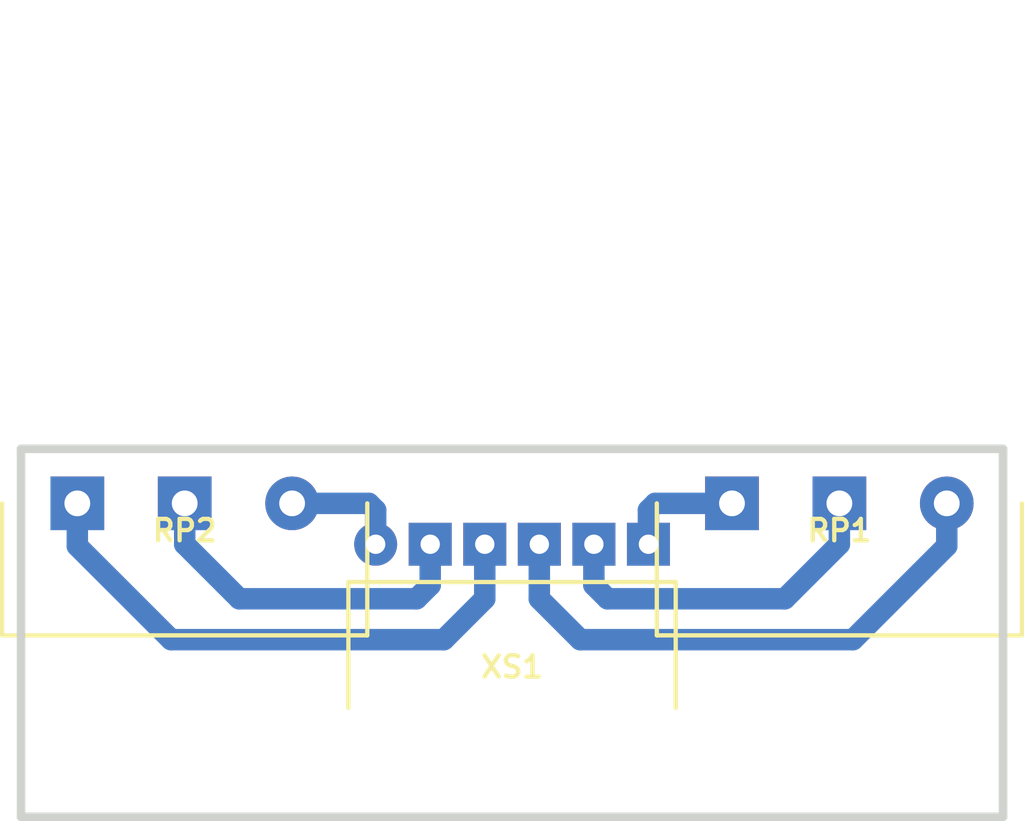
<source format=kicad_pcb>
(kicad_pcb (version 20171130) (host pcbnew 5.1.6-c6e7f7d~87~ubuntu19.10.1)

  (general
    (thickness 1.6)
    (drawings 4)
    (tracks 26)
    (zones 0)
    (modules 3)
    (nets 7)
  )

  (page A4 portrait)
  (title_block
    (title "1590N1 Potentiometer Board 18 2x17")
    (date 2022-07-16)
    (rev 1A)
    (company "Igor Ivanov")
    (comment 1 https://github.com/Adept666)
    (comment 2 "This project is licensed under GNU General Public License v3.0 or later")
    (comment 3 "Диаметр потенциометров: 16 мм, 17 мм")
    (comment 4 "Расстояние от основной платы до корпуса: 18 мм")
  )

  (layers
    (0 F.Cu jumper)
    (31 B.Cu signal)
    (38 B.Mask user)
    (44 Edge.Cuts user)
    (45 Margin user)
    (46 B.CrtYd user)
    (47 F.CrtYd user)
    (49 F.Fab user)
  )

  (setup
    (last_trace_width 1)
    (user_trace_width 0.6)
    (trace_clearance 0)
    (zone_clearance 0.6)
    (zone_45_only no)
    (trace_min 0.2)
    (via_size 2)
    (via_drill 1)
    (via_min_size 0.4)
    (via_min_drill 0.3)
    (uvia_size 0.3)
    (uvia_drill 0.1)
    (uvias_allowed no)
    (uvia_min_size 0)
    (uvia_min_drill 0)
    (edge_width 0.4)
    (segment_width 0.2)
    (pcb_text_width 0.3)
    (pcb_text_size 1.5 1.5)
    (mod_edge_width 0.15)
    (mod_text_size 1 1)
    (mod_text_width 0.15)
    (pad_size 1.6 1.8)
    (pad_drill 0)
    (pad_to_mask_clearance 0.2)
    (solder_mask_min_width 0.1)
    (aux_axis_origin 0 0)
    (visible_elements 7FFFFFFF)
    (pcbplotparams
      (layerselection 0x20000_7ffffffe)
      (usegerberextensions false)
      (usegerberattributes false)
      (usegerberadvancedattributes false)
      (creategerberjobfile false)
      (excludeedgelayer false)
      (linewidth 0.100000)
      (plotframeref true)
      (viasonmask false)
      (mode 1)
      (useauxorigin false)
      (hpglpennumber 1)
      (hpglpenspeed 20)
      (hpglpendiameter 15.000000)
      (psnegative false)
      (psa4output false)
      (plotreference false)
      (plotvalue true)
      (plotinvisibletext false)
      (padsonsilk true)
      (subtractmaskfromsilk false)
      (outputformat 4)
      (mirror false)
      (drillshape 0)
      (scaleselection 1)
      (outputdirectory ""))
  )

  (net 0 "")
  (net 1 "Net-(RP1-Pad3)")
  (net 2 "Net-(RP1-Pad1)")
  (net 3 "Net-(RP1-Pad2)")
  (net 4 "Net-(RP2-Pad3)")
  (net 5 "Net-(RP2-Pad1)")
  (net 6 "Net-(RP2-Pad2)")

  (net_class Default "This is the default net class."
    (clearance 0)
    (trace_width 1)
    (via_dia 2)
    (via_drill 1)
    (uvia_dia 0.3)
    (uvia_drill 0.1)
    (add_net "Net-(RP1-Pad1)")
    (add_net "Net-(RP1-Pad2)")
    (add_net "Net-(RP1-Pad3)")
    (add_net "Net-(RP2-Pad1)")
    (add_net "Net-(RP2-Pad2)")
    (add_net "Net-(RP2-Pad3)")
  )

  (module KCL-TH-SL:RP-PDB181-K-20-P (layer F.Cu) (tedit 60030E39) (tstamp 5FE6D9E5)
    (at 90.17 142.875 180)
    (path /5FE7A122)
    (fp_text reference RP2 (at 0 -1.27) (layer F.SilkS)
      (effects (font (size 1 1) (thickness 0.2)))
    )
    (fp_text value "RP2: 16/17" (at 0 -1.27) (layer F.Fab)
      (effects (font (size 1 1) (thickness 0.2)))
    )
    (fp_line (start -7.3 3.35) (end -7.3 5.35) (layer F.Fab) (width 0.2))
    (fp_line (start -8.5 3.35) (end -8.5 5.35) (layer F.Fab) (width 0.2))
    (fp_line (start -8.5 5.35) (end -7.366 5.35) (layer F.Fab) (width 0.2))
    (fp_line (start 8.5 -6.15) (end 8.5 23.35) (layer F.CrtYd) (width 0.1))
    (fp_line (start -8.5 -6.15) (end -8.5 23.35) (layer F.CrtYd) (width 0.1))
    (fp_line (start -8.5 23.35) (end 8.5 23.35) (layer F.CrtYd) (width 0.1))
    (fp_line (start -8.5 -6.15) (end 8.5 -6.15) (layer F.CrtYd) (width 0.1))
    (fp_line (start 8.5 -6.15) (end 8.5 0) (layer F.SilkS) (width 0.2))
    (fp_line (start -8.5 -6.15) (end -8.5 0) (layer F.SilkS) (width 0.2))
    (fp_line (start -8.5 -6.15) (end 8.5 -6.15) (layer F.SilkS) (width 0.2))
    (fp_line (start -3.5 9.85) (end 3.5 9.85) (layer F.Fab) (width 0.2))
    (fp_line (start 3 9.85) (end 3 23.35) (layer F.Fab) (width 0.2))
    (fp_line (start -3 9.85) (end -3 23.35) (layer F.Fab) (width 0.2))
    (fp_line (start 3.5 3.35) (end 3.5 9.85) (layer F.Fab) (width 0.2))
    (fp_line (start -3.5 3.35) (end -3.5 9.85) (layer F.Fab) (width 0.2))
    (fp_line (start 8.5 -6.15) (end 8.5 3.35) (layer F.Fab) (width 0.2))
    (fp_line (start -8.5 -6.15) (end -8.5 3.35) (layer F.Fab) (width 0.2))
    (fp_line (start -3 23.35) (end 3 23.35) (layer F.Fab) (width 0.2))
    (fp_line (start -8.5 3.35) (end 8.5 3.35) (layer F.Fab) (width 0.2))
    (fp_line (start -8.5 -6.15) (end 8.5 -6.15) (layer F.Fab) (width 0.2))
    (pad 3 thru_hole rect (at 5 0 180) (size 2.5 2.5) (drill 1.2) (layers B.Cu B.Mask)
      (net 4 "Net-(RP2-Pad3)"))
    (pad 1 thru_hole circle (at -5 0 180) (size 2.5 2.5) (drill 1.2) (layers B.Cu B.Mask)
      (net 5 "Net-(RP2-Pad1)"))
    (pad 2 thru_hole rect (at 0 0 180) (size 2.5 2.5) (drill 1.2) (layers B.Cu B.Mask)
      (net 6 "Net-(RP2-Pad2)"))
  )

  (module KCL-TH-SL:RP-PDB181-K-20-P (layer F.Cu) (tedit 60030E39) (tstamp 608AEE6A)
    (at 120.65 142.875 180)
    (path /60859B26)
    (fp_text reference RP1 (at 0 -1.27) (layer F.SilkS)
      (effects (font (size 1 1) (thickness 0.2)))
    )
    (fp_text value "RP1: 16/17" (at 0 -1.27) (layer F.Fab)
      (effects (font (size 1 1) (thickness 0.2)))
    )
    (fp_line (start -7.3 3.35) (end -7.3 5.35) (layer F.Fab) (width 0.2))
    (fp_line (start -8.5 3.35) (end -8.5 5.35) (layer F.Fab) (width 0.2))
    (fp_line (start -8.5 5.35) (end -7.366 5.35) (layer F.Fab) (width 0.2))
    (fp_line (start 8.5 -6.15) (end 8.5 23.35) (layer F.CrtYd) (width 0.1))
    (fp_line (start -8.5 -6.15) (end -8.5 23.35) (layer F.CrtYd) (width 0.1))
    (fp_line (start -8.5 23.35) (end 8.5 23.35) (layer F.CrtYd) (width 0.1))
    (fp_line (start -8.5 -6.15) (end 8.5 -6.15) (layer F.CrtYd) (width 0.1))
    (fp_line (start 8.5 -6.15) (end 8.5 0) (layer F.SilkS) (width 0.2))
    (fp_line (start -8.5 -6.15) (end -8.5 0) (layer F.SilkS) (width 0.2))
    (fp_line (start -8.5 -6.15) (end 8.5 -6.15) (layer F.SilkS) (width 0.2))
    (fp_line (start -3.5 9.85) (end 3.5 9.85) (layer F.Fab) (width 0.2))
    (fp_line (start 3 9.85) (end 3 23.35) (layer F.Fab) (width 0.2))
    (fp_line (start -3 9.85) (end -3 23.35) (layer F.Fab) (width 0.2))
    (fp_line (start 3.5 3.35) (end 3.5 9.85) (layer F.Fab) (width 0.2))
    (fp_line (start -3.5 3.35) (end -3.5 9.85) (layer F.Fab) (width 0.2))
    (fp_line (start 8.5 -6.15) (end 8.5 3.35) (layer F.Fab) (width 0.2))
    (fp_line (start -8.5 -6.15) (end -8.5 3.35) (layer F.Fab) (width 0.2))
    (fp_line (start -3 23.35) (end 3 23.35) (layer F.Fab) (width 0.2))
    (fp_line (start -8.5 3.35) (end 8.5 3.35) (layer F.Fab) (width 0.2))
    (fp_line (start -8.5 -6.15) (end 8.5 -6.15) (layer F.Fab) (width 0.2))
    (pad 3 thru_hole rect (at 5 0 180) (size 2.5 2.5) (drill 1.2) (layers B.Cu B.Mask)
      (net 1 "Net-(RP1-Pad3)"))
    (pad 1 thru_hole circle (at -5 0 180) (size 2.5 2.5) (drill 1.2) (layers B.Cu B.Mask)
      (net 2 "Net-(RP1-Pad1)"))
    (pad 2 thru_hole rect (at 0 0 180) (size 2.5 2.5) (drill 1.2) (layers B.Cu B.Mask)
      (net 3 "Net-(RP1-Pad2)"))
  )

  (module KCL-TH-SL:CON-PBS-06R (layer F.Cu) (tedit 61D0BD11) (tstamp 61D02E61)
    (at 105.41 144.78)
    (path /60033671)
    (fp_text reference XS1 (at 0 5.715) (layer F.SilkS)
      (effects (font (size 1 1) (thickness 0.2)))
    )
    (fp_text value PBS-06R (at 0 5.715) (layer F.Fab)
      (effects (font (size 1 1) (thickness 0.2)))
    )
    (fp_line (start 7.62 -0.45) (end 7.62 10.16) (layer F.CrtYd) (width 0.1))
    (fp_line (start -7.62 -0.45) (end -7.62 10.16) (layer F.CrtYd) (width 0.1))
    (fp_line (start -7.62 10.16) (end 7.62 10.16) (layer F.CrtYd) (width 0.1))
    (fp_line (start -7.62 -0.45) (end 7.62 -0.45) (layer F.CrtYd) (width 0.1))
    (fp_line (start 7.62 1.76) (end 7.62 7.62) (layer F.SilkS) (width 0.2))
    (fp_line (start -7.62 1.76) (end -7.62 7.62) (layer F.SilkS) (width 0.2))
    (fp_line (start -7.62 1.76) (end 7.62 1.76) (layer F.SilkS) (width 0.2))
    (fp_line (start -7.62 1.76) (end 7.62 1.76) (layer F.Fab) (width 0.2))
    (fp_line (start -7.62 10.16) (end 7.62 10.16) (layer F.Fab) (width 0.2))
    (fp_line (start -7.62 1.76) (end -7.62 10.16) (layer F.Fab) (width 0.2))
    (fp_line (start 7.62 1.76) (end 7.62 10.16) (layer F.Fab) (width 0.2))
    (pad 6 thru_hole rect (at 6.35 0) (size 2 2) (drill 0.9) (layers B.Cu B.Mask)
      (net 1 "Net-(RP1-Pad3)"))
    (pad 5 thru_hole rect (at 3.81 0) (size 2 2) (drill 0.9) (layers B.Cu B.Mask)
      (net 3 "Net-(RP1-Pad2)"))
    (pad 4 thru_hole rect (at 1.27 0) (size 2 2) (drill 0.9) (layers B.Cu B.Mask)
      (net 2 "Net-(RP1-Pad1)"))
    (pad 1 thru_hole circle (at -6.35 0) (size 2 2) (drill 0.9) (layers B.Cu B.Mask)
      (net 5 "Net-(RP2-Pad1)"))
    (pad 2 thru_hole rect (at -3.81 0) (size 2 2) (drill 0.9) (layers B.Cu B.Mask)
      (net 6 "Net-(RP2-Pad2)"))
    (pad 3 thru_hole rect (at -1.27 0) (size 2 2) (drill 0.9) (layers B.Cu B.Mask)
      (net 4 "Net-(RP2-Pad3)"))
  )

  (gr_line (start 128.27 140.335) (end 128.27 157.48) (layer Edge.Cuts) (width 0.4) (tstamp 5FE6F872))
  (gr_line (start 82.55 140.335) (end 82.55 157.48) (layer Edge.Cuts) (width 0.4) (tstamp 5FE6F872))
  (gr_line (start 82.55 157.48) (end 128.27 157.48) (layer Edge.Cuts) (width 0.4) (tstamp 5FE6FAB1))
  (gr_line (start 82.55 140.335) (end 128.27 140.335) (layer Edge.Cuts) (width 0.4) (tstamp 5FE6F86E))

  (segment (start 111.76 143.1925) (end 111.76 144.78) (width 1) (layer B.Cu) (net 1))
  (segment (start 115.65 142.875) (end 112.0775 142.875) (width 1) (layer B.Cu) (net 1))
  (segment (start 111.76 143.1925) (end 112.0775 142.875) (width 1) (layer B.Cu) (net 1))
  (segment (start 106.68 147.32) (end 106.68 144.78) (width 1) (layer B.Cu) (net 2) (tstamp 61D0341A))
  (segment (start 125.65 142.875) (end 125.65 144.86) (width 1) (layer B.Cu) (net 2) (tstamp 61D033B2))
  (segment (start 108.585 149.225) (end 106.68 147.32) (width 1) (layer B.Cu) (net 2) (tstamp 61D033B4))
  (segment (start 125.65 144.86) (end 121.285 149.225) (width 1) (layer B.Cu) (net 2) (tstamp 61D033B9))
  (segment (start 121.285 149.225) (end 108.585 149.225) (width 1) (layer B.Cu) (net 2))
  (segment (start 109.22 146.685) (end 109.22 144.78) (width 1) (layer B.Cu) (net 3) (tstamp 61D03416))
  (segment (start 120.65 142.875) (end 120.65 144.78) (width 1) (layer B.Cu) (net 3) (tstamp 61D033B5))
  (segment (start 120.65 144.78) (end 118.11 147.32) (width 1) (layer B.Cu) (net 3) (tstamp 61D033B6))
  (segment (start 109.855 147.32) (end 109.22 146.685) (width 1) (layer B.Cu) (net 3) (tstamp 61D033B8))
  (segment (start 118.11 147.32) (end 109.855 147.32) (width 1) (layer B.Cu) (net 3))
  (segment (start 104.14 147.32) (end 104.14 144.78) (width 1) (layer B.Cu) (net 4) (tstamp 61D03408))
  (segment (start 102.235 149.225) (end 104.14 147.32) (width 1) (layer B.Cu) (net 4) (tstamp 61D03409))
  (segment (start 89.535 149.225) (end 102.235 149.225) (width 1) (layer B.Cu) (net 4))
  (segment (start 85.17 144.86) (end 89.535 149.225) (width 1) (layer B.Cu) (net 4))
  (segment (start 85.17 142.875) (end 85.17 144.86) (width 1) (layer B.Cu) (net 4))
  (segment (start 99.06 143.1925) (end 99.06 144.78) (width 1) (layer B.Cu) (net 5))
  (segment (start 95.17 142.875) (end 98.7425 142.875) (width 1) (layer B.Cu) (net 5))
  (segment (start 98.7425 142.875) (end 99.06 143.1925) (width 1) (layer B.Cu) (net 5))
  (segment (start 101.6 146.685) (end 101.6 144.78) (width 1) (layer B.Cu) (net 6) (tstamp 61D0340A))
  (segment (start 100.965 147.32) (end 101.6 146.685) (width 1) (layer B.Cu) (net 6) (tstamp 61D0340B))
  (segment (start 92.71 147.32) (end 100.965 147.32) (width 1) (layer B.Cu) (net 6))
  (segment (start 90.17 144.78) (end 92.71 147.32) (width 1) (layer B.Cu) (net 6))
  (segment (start 90.17 142.875) (end 90.17 144.78) (width 1) (layer B.Cu) (net 6))

)

</source>
